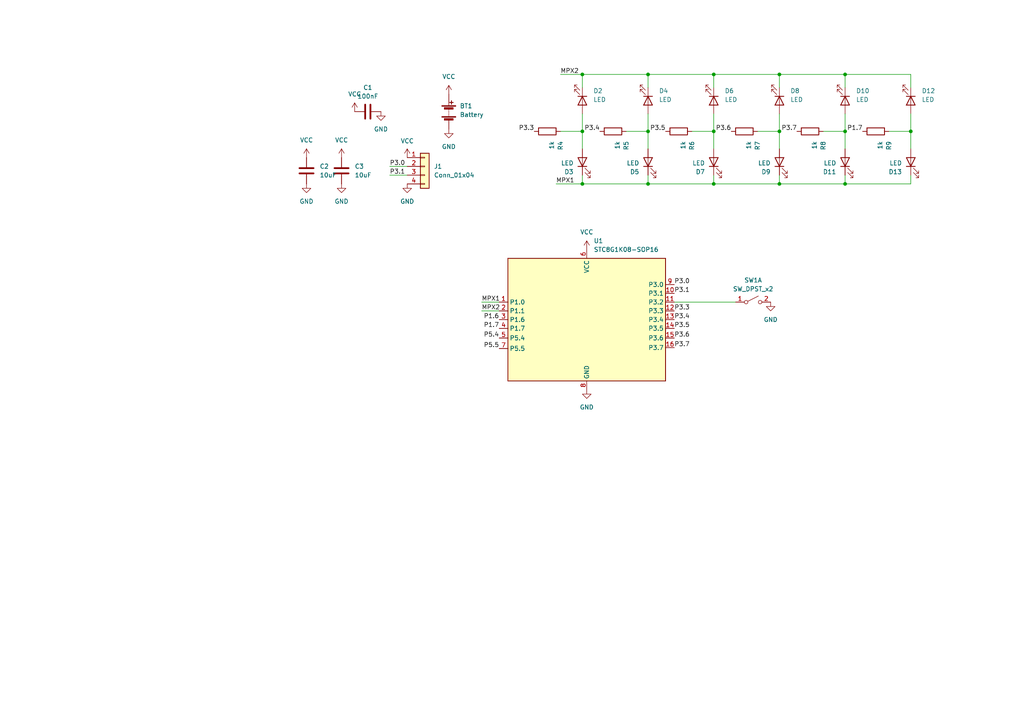
<source format=kicad_sch>
(kicad_sch (version 20211123) (generator eeschema)
  (paper "A4")
  (lib_symbols
    (symbol "Connector_Generic:Conn_01x04" (pin_names (offset 1.016) hide)
      (property "Reference" "J" (at 0 5.08 0))
      (property "Value" "Conn_01x04" (at 0 -7.62 0))
      (symbol "Conn_01x04_1_1"
        (rectangle (start -1.27 -4.953) (end 0 -5.207) (stroke (width 0.1524)))
        (rectangle (start -1.27 -2.413) (end 0 -2.667) (stroke (width 0.1524)))
        (rectangle (start -1.27 0.127) (end 0 -0.127) (stroke (width 0.1524)))
        (rectangle (start -1.27 2.667) (end 0 2.413) (stroke (width 0.1524)))
        (rectangle (start -1.27 3.81) (end 1.27 -6.35) (stroke (width 0.254)) (fill (type background)))
        (pin passive line (at -5.08 2.54 0) (length 3.81) (name "Pin_1") (number "1"))
        (pin passive line (at -5.08 0 0) (length 3.81) (name "Pin_2") (number "2"))
        (pin passive line (at -5.08 -2.54 0) (length 3.81) (name "Pin_3") (number "3"))
        (pin passive line (at -5.08 -5.08 0) (length 3.81) (name "Pin_4") (number "4"))
      )
    )
    (symbol "Device:Battery" (pin_numbers hide) (pin_names (offset 0) hide)
      (property "Reference" "BT" (at 2.54 2.54 0))
      (property "Value" "Battery" (at 2.54 0 0))
      (symbol "Battery_0_1"
        (rectangle (start -2.032 -1.397) (end 2.032 -1.651) (fill (type outline)))
        (rectangle (start -2.032 1.778) (end 2.032 1.524) (fill (type outline)))
        (rectangle (start -1.3208 -1.9812) (end 1.27 -2.4892) (fill (type outline)))
        (rectangle (start -1.3208 1.1938) (end 1.27 0.6858) (fill (type outline)))
        (polyline (pts (xy 0 -1.524) (xy 0 -1.27)))
        (polyline (pts (xy 0 -1.016) (xy 0 -0.762)))
        (polyline (pts (xy 0 -0.508) (xy 0 -0.254)))
        (polyline (pts (xy 0 0) (xy 0 0.254)))
        (polyline (pts (xy 0 0.508) (xy 0 0.762)))
        (polyline (pts (xy 0 1.778) (xy 0 2.54)))
        (polyline (pts (xy 0.254 2.667) (xy 1.27 2.667)) (stroke (width 0.254)))
        (polyline (pts (xy 0.762 3.175) (xy 0.762 2.159)) (stroke (width 0.254)))
      )
      (symbol "Battery_1_1"
        (pin passive line (at 0 5.08 270) (length 2.54) (name "+") (number "1"))
        (pin passive line (at 0 -5.08 90) (length 2.54) (name "-") (number "2"))
      )
    )
    (symbol "Device:C" (pin_numbers hide) (pin_names (offset 0.254))
      (property "Reference" "C" (at 0.635 2.54 0))
      (property "Value" "C" (at 0.635 -2.54 0))
      (symbol "C_0_1"
        (polyline (pts (xy -2.032 -0.762) (xy 2.032 -0.762)) (stroke (width 0.508)))
        (polyline (pts (xy -2.032 0.762) (xy 2.032 0.762)) (stroke (width 0.508)))
      )
      (symbol "C_1_1"
        (pin passive line (at 0 3.81 270) (length 2.794) (name "~") (number "1"))
        (pin passive line (at 0 -3.81 90) (length 2.794) (name "~") (number "2"))
      )
    )
    (symbol "Device:LED" (pin_numbers hide) (pin_names (offset 1.016) hide)
      (property "Reference" "D" (at 0 2.54 0))
      (property "Value" "LED" (at 0 -2.54 0))
      (symbol "LED_0_1"
        (polyline (pts (xy -1.27 -1.27) (xy -1.27 1.27)) (stroke (width 0.254)))
        (polyline (pts (xy -1.27 0) (xy 1.27 0)))
        (polyline (pts (xy 1.27 -1.27) (xy 1.27 1.27) (xy -1.27 0) (xy 1.27 -1.27)) (stroke (width 0.254)))
        (polyline (pts (xy -3.048 -0.762) (xy -4.572 -2.286) (xy -3.81 -2.286) (xy -4.572 -2.286) (xy -4.572 -1.524)))
        (polyline (pts (xy -1.778 -0.762) (xy -3.302 -2.286) (xy -2.54 -2.286) (xy -3.302 -2.286) (xy -3.302 -1.524)))
      )
      (symbol "LED_1_1"
        (pin passive line (at -3.81 0 0) (length 2.54) (name "K") (number "1"))
        (pin passive line (at 3.81 0 180) (length 2.54) (name "A") (number "2"))
      )
    )
    (symbol "Device:R" (pin_numbers hide) (pin_names (offset 0))
      (property "Reference" "R" (at 2.032 0 90))
      (property "Value" "R" (at 0 0 90))
      (symbol "R_0_1"
        (rectangle (start -1.016 -2.54) (end 1.016 2.54) (stroke (width 0.254)))
      )
      (symbol "R_1_1"
        (pin passive line (at 0 3.81 270) (length 1.27) (name "~") (number "1"))
        (pin passive line (at 0 -3.81 90) (length 1.27) (name "~") (number "2"))
      )
    )
    (symbol "Switch:SW_DPST_x2" (pin_names (offset 0) hide)
      (property "Reference" "SW" (at 0 3.175 0))
      (property "Value" "SW_DPST_x2" (at 0 -2.54 0))
      (symbol "SW_DPST_x2_0_0"
        (circle (center -2.032 0) (radius 0.508))
        (polyline (pts (xy -1.524 0.254) (xy 1.524 1.778)))
        (circle (center 2.032 0) (radius 0.508))
      )
      (symbol "SW_DPST_x2_1_1"
        (pin passive line (at -5.08 0 0) (length 2.54) (name "A") (number "1"))
        (pin passive line (at 5.08 0 180) (length 2.54) (name "B") (number "2"))
      )
      (symbol "SW_DPST_x2_2_1"
        (pin passive line (at -5.08 0 0) (length 2.54) (name "A") (number "3"))
        (pin passive line (at 5.08 0 180) (length 2.54) (name "B") (number "4"))
      )
    )
    (symbol "karifa:STC8G1K08-SOP16"
      (property "Reference" "U" (at -22.86 19.05 0))
      (property "Value" "STC8G1K08-SOP16" (at 1.27 19.05 0))
      (symbol "STC8G1K08-SOP16_0_1"
        (rectangle (start -22.86 17.78) (end 22.86 -17.78) (stroke (width 0.254)) (fill (type background)))
      )
      (symbol "STC8G1K08-SOP16_1_1"
        (pin bidirectional line (at -25.4 5.08 0) (length 2.54) (name "P1.0") (number "1"))
        (pin bidirectional line (at 25.4 7.62 180) (length 2.54) (name "P3.1") (number "10"))
        (pin bidirectional line (at 25.4 5.08 180) (length 2.54) (name "P3.2") (number "11"))
        (pin bidirectional line (at 25.4 2.54 180) (length 2.54) (name "P3.3") (number "12"))
        (pin bidirectional line (at 25.4 0 180) (length 2.54) (name "P3.4") (number "13"))
        (pin bidirectional line (at 25.4 -2.54 180) (length 2.54) (name "P3.5") (number "14"))
        (pin bidirectional line (at 25.4 -5.334 180) (length 2.54) (name "P3.6") (number "15"))
        (pin bidirectional line (at 25.4 -8.128 180) (length 2.54) (name "P3.7") (number "16"))
        (pin bidirectional line (at -25.4 2.54 0) (length 2.54) (name "P1.1") (number "2"))
        (pin bidirectional line (at -25.4 0 0) (length 2.54) (name "P1.6") (number "3"))
        (pin bidirectional line (at -25.4 -2.54 0) (length 2.54) (name "P1.7") (number "4"))
        (pin bidirectional line (at -25.4 -5.334 0) (length 2.54) (name "P5.4") (number "5"))
        (pin power_in line (at 0 20.32 270) (length 2.54) (name "VCC") (number "6"))
        (pin bidirectional line (at -25.4 -8.382 0) (length 2.54) (name "P5.5") (number "7"))
        (pin power_in line (at 0 -20.32 90) (length 2.54) (name "GND") (number "8"))
        (pin bidirectional line (at 25.4 10.16 180) (length 2.54) (name "P3.0") (number "9"))
      )
    )
    (symbol "power:GND" (power) (pin_names (offset 0))
      (property "Value" "GND" (at 0 -3.81 0))
      (symbol "GND_0_1"
        (polyline (pts (xy 0 0) (xy 0 -1.27) (xy 1.27 -1.27) (xy 0 -2.54) (xy -1.27 -1.27) (xy 0 -1.27)))
      )
      (symbol "GND_1_1"
        (pin power_in line (at 0 0 270) (length 0) hide (name "GND") (number "1"))
      )
    )
    (symbol "power:VCC" (power) (pin_names (offset 0))
      (property "Value" "VCC" (at 0 3.81 0))
      (symbol "VCC_0_1"
        (polyline (pts (xy -0.762 1.27) (xy 0 2.54)))
        (polyline (pts (xy 0 0) (xy 0 2.54)))
        (polyline (pts (xy 0 2.54) (xy 0.762 1.27)))
      )
      (symbol "VCC_1_1"
        (pin power_in line (at 0 0 90) (length 0) hide (name "VCC") (number "1"))
      )
    )
  )
  (junction (at 168.91 38.1))
  (junction (at 245.11 21.59))
  (junction (at 245.11 53.34))
  (junction (at 207.01 53.34))
  (junction (at 264.16 38.1))
  (junction (at 207.01 38.1))
  (junction (at 226.06 38.1))
  (junction (at 168.91 21.59))
  (junction (at 226.06 21.59))
  (junction (at 187.96 38.1))
  (junction (at 187.96 21.59))
  (junction (at 245.11 38.1))
  (junction (at 226.06 53.34))
  (junction (at 187.96 53.34))
  (junction (at 168.91 53.34))
  (junction (at 207.01 21.59))
  (wire (pts (xy 187.96 21.59) (xy 168.91 21.59)))
  (wire (pts (xy 226.06 50.8) (xy 226.06 53.34)))
  (wire (pts (xy 245.11 33.02) (xy 245.11 38.1)))
  (wire (pts (xy 139.7 90.17) (xy 144.78 90.17)))
  (wire (pts (xy 207.01 33.02) (xy 207.01 38.1)))
  (wire (pts (xy 226.06 33.02) (xy 226.06 38.1)))
  (wire (pts (xy 264.16 25.4) (xy 264.16 21.59)))
  (wire (pts (xy 139.7 87.63) (xy 144.78 87.63)))
  (wire (pts (xy 207.01 25.4) (xy 207.01 21.59)))
  (wire (pts (xy 245.11 50.8) (xy 245.11 53.34)))
  (wire (pts (xy 162.56 38.1) (xy 168.91 38.1)))
  (wire (pts (xy 162.56 21.59) (xy 168.91 21.59)))
  (wire (pts (xy 226.06 25.4) (xy 226.06 21.59)))
  (wire (pts (xy 245.11 25.4) (xy 245.11 21.59)))
  (wire (pts (xy 245.11 38.1) (xy 245.11 43.18)))
  (wire (pts (xy 181.61 38.1) (xy 187.96 38.1)))
  (wire (pts (xy 113.03 50.8) (xy 118.11 50.8)))
  (wire (pts (xy 168.91 53.34) (xy 187.96 53.34)))
  (wire (pts (xy 226.06 38.1) (xy 226.06 43.18)))
  (wire (pts (xy 238.76 38.1) (xy 245.11 38.1)))
  (wire (pts (xy 207.01 38.1) (xy 207.01 43.18)))
  (wire (pts (xy 264.16 50.8) (xy 264.16 53.34)))
  (wire (pts (xy 245.11 21.59) (xy 226.06 21.59)))
  (wire (pts (xy 207.01 53.34) (xy 226.06 53.34)))
  (wire (pts (xy 187.96 53.34) (xy 207.01 53.34)))
  (wire (pts (xy 195.58 87.63) (xy 213.36 87.63)))
  (wire (pts (xy 219.71 38.1) (xy 226.06 38.1)))
  (wire (pts (xy 207.01 21.59) (xy 187.96 21.59)))
  (wire (pts (xy 257.81 38.1) (xy 264.16 38.1)))
  (wire (pts (xy 161.29 53.34) (xy 168.91 53.34)))
  (wire (pts (xy 226.06 53.34) (xy 245.11 53.34)))
  (wire (pts (xy 187.96 38.1) (xy 187.96 43.18)))
  (wire (pts (xy 264.16 33.02) (xy 264.16 38.1)))
  (wire (pts (xy 245.11 53.34) (xy 264.16 53.34)))
  (wire (pts (xy 187.96 50.8) (xy 187.96 53.34)))
  (wire (pts (xy 187.96 33.02) (xy 187.96 38.1)))
  (wire (pts (xy 168.91 38.1) (xy 168.91 43.18)))
  (wire (pts (xy 226.06 21.59) (xy 207.01 21.59)))
  (wire (pts (xy 200.66 38.1) (xy 207.01 38.1)))
  (wire (pts (xy 168.91 50.8) (xy 168.91 53.34)))
  (wire (pts (xy 168.91 25.4) (xy 168.91 21.59)))
  (wire (pts (xy 113.03 48.26) (xy 118.11 48.26)))
  (wire (pts (xy 207.01 50.8) (xy 207.01 53.34)))
  (wire (pts (xy 264.16 21.59) (xy 245.11 21.59)))
  (wire (pts (xy 187.96 25.4) (xy 187.96 21.59)))
  (wire (pts (xy 264.16 38.1) (xy 264.16 43.18)))
  (wire (pts (xy 168.91 33.02) (xy 168.91 38.1)))
  (label "P3.4" (at 195.58 92.71 0))
  (label "P5.4" (at 144.78 98.044 180))
  (label "P3.6" (at 212.09 38.1 180))
  (label "MPX1" (at 139.7 87.63 0))
  (label "MPX2" (at 139.7 90.17 0))
  (label "P3.0" (at 195.58 82.55 0))
  (label "P3.0" (at 113.03 48.26 0))
  (label "P1.7" (at 250.19 38.1 180))
  (label "P3.3" (at 154.94 38.1 180))
  (label "P3.7" (at 231.14 38.1 180))
  (label "P3.4" (at 173.99 38.1 180))
  (label "P3.1" (at 195.58 85.09 0))
  (label "P5.5" (at 144.78 101.092 180))
  (label "P3.5" (at 195.58 95.25 0))
  (label "P1.7" (at 144.78 95.25 180))
  (label "P3.1" (at 113.03 50.8 0))
  (label "MPX2" (at 162.56 21.59 0))
  (label "P3.5" (at 193.04 38.1 180))
  (label "P3.6" (at 195.58 98.044 0))
  (label "MPX1" (at 161.29 53.34 0))
  (label "P1.6" (at 144.78 92.71 180))
  (label "P3.7" (at 195.58 100.838 0))
  (label "P3.3" (at 195.58 90.17 0))
  (symbol (lib_id "Device:LED") (at 245.11 46.99 90) (unit 1)
    (property "Reference" "D11" (at 242.57 49.8476 90) (effects (justify left)))
    (property "Value" "LED" (at 242.57 47.3076 90) (effects (justify left)))
    (property "Footprint" "LED_SMD:LED_0805_2012Metric" (effects hide))
  )
  (symbol (lib_id "Device:R") (at 254 38.1 270) (unit 1)
    (property "Reference" "R9" (at 257.8101 40.894 0) (effects (justify left)))
    (property "Value" "1k" (at 255.2701 40.894 0) (effects (justify left)))
    (property "Footprint" "Resistor_SMD:R_0603_1608Metric" (effects hide))
  )
  (symbol (lib_id "Device:C") (at 99.06 49.53 0) (unit 1)
    (property "Reference" "C3" (at 102.87 48.2599 0) (effects (justify left)))
    (property "Value" "10uF" (at 102.87 50.7999 0) (effects (justify left)))
    (property "Footprint" "Capacitor_SMD:C_0805_2012Metric" (effects hide))
  )
  (symbol (lib_id "Device:LED") (at 207.01 29.21 270) (unit 1)
    (property "Reference" "D6" (at 210.185 26.3524 90) (effects (justify left)))
    (property "Value" "LED" (at 210.185 28.8924 90) (effects (justify left)))
    (property "Footprint" "LED_SMD:LED_0805_2012Metric" (effects hide))
  )
  (symbol (lib_id "power:GND") (at 118.11 53.34 0) (unit 1)
    (property "Reference" "#PWR0110" (effects hide))
    (property "Value" "GND" (at 118.11 58.42 0))
  )
  (symbol (lib_id "Device:LED") (at 168.91 29.21 270) (unit 1)
    (property "Reference" "D2" (at 172.085 26.3524 90) (effects (justify left)))
    (property "Value" "LED" (at 172.085 28.8924 90) (effects (justify left)))
    (property "Footprint" "LED_SMD:LED_0805_2012Metric" (effects hide))
  )
  (symbol (lib_id "power:GND") (at 99.06 53.34 0) (unit 1)
    (property "Reference" "#PWR0120" (effects hide))
    (property "Value" "GND" (at 99.06 58.42 0))
  )
  (symbol (lib_id "Device:LED") (at 187.96 29.21 270) (unit 1)
    (property "Reference" "D4" (at 191.135 26.3524 90) (effects (justify left)))
    (property "Value" "LED" (at 191.135 28.8924 90) (effects (justify left)))
    (property "Footprint" "LED_SMD:LED_0805_2012Metric" (effects hide))
  )
  (symbol (lib_id "Device:R") (at 215.9 38.1 270) (unit 1)
    (property "Reference" "R7" (at 219.7101 40.894 0) (effects (justify left)))
    (property "Value" "1k" (at 217.1701 40.894 0) (effects (justify left)))
    (property "Footprint" "Resistor_SMD:R_0603_1608Metric" (effects hide))
  )
  (symbol (lib_id "Device:Battery") (at 130.175 32.385 0) (unit 1)
    (property "Reference" "BT1" (at 133.35 30.7339 0) (effects (justify left)))
    (property "Value" "Battery" (at 133.35 33.2739 0) (effects (justify left)))
    (property "Footprint" "karifa:CR2032_Holder" (effects hide))
  )
  (symbol (lib_id "Device:LED") (at 264.16 46.99 90) (unit 1)
    (property "Reference" "D13" (at 261.62 49.8476 90) (effects (justify left)))
    (property "Value" "LED" (at 261.62 47.3076 90) (effects (justify left)))
    (property "Footprint" "LED_SMD:LED_0805_2012Metric" (effects hide))
  )
  (symbol (lib_id "Device:LED") (at 245.11 29.21 270) (unit 1)
    (property "Reference" "D10" (at 248.285 26.3524 90) (effects (justify left)))
    (property "Value" "LED" (at 248.285 28.8924 90) (effects (justify left)))
    (property "Footprint" "LED_SMD:LED_0805_2012Metric" (effects hide))
  )
  (symbol (lib_id "Device:LED") (at 264.16 29.21 270) (unit 1)
    (property "Reference" "D12" (at 267.335 26.3524 90) (effects (justify left)))
    (property "Value" "LED" (at 267.335 28.8924 90) (effects (justify left)))
    (property "Footprint" "LED_SMD:LED_0805_2012Metric" (effects hide))
  )
  (symbol (lib_id "power:VCC") (at 88.9 45.72 0) (unit 1)
    (property "Reference" "#PWR0117" (effects hide))
    (property "Value" "VCC" (at 88.9 40.64 0))
  )
  (symbol (lib_id "Device:R") (at 196.85 38.1 270) (unit 1)
    (property "Reference" "R6" (at 200.6601 40.894 0) (effects (justify left)))
    (property "Value" "1k" (at 198.1201 40.894 0) (effects (justify left)))
    (property "Footprint" "Resistor_SMD:R_0603_1608Metric" (effects hide))
  )
  (symbol (lib_id "power:VCC") (at 130.175 27.305 0) (unit 1)
    (property "Reference" "#PWR0105" (effects hide))
    (property "Value" "VCC" (at 130.175 22.225 0))
  )
  (symbol (lib_id "karifa:STC8G1K08-SOP16") (at 170.18 92.71 0) (unit 1)
    (property "Reference" "U1" (at 172.1994 69.85 0) (effects (justify left)))
    (property "Value" "STC8G1K08-SOP16" (at 172.1994 72.39 0) (effects (justify left)))
    (property "Footprint" "Package_SO:STC_SOP-16_3.9x9.9mm_P1.27mm" (effects hide))
  )
  (symbol (lib_id "Device:R") (at 158.75 38.1 270) (unit 1)
    (property "Reference" "R4" (at 162.5601 40.894 0) (effects (justify left)))
    (property "Value" "1k" (at 160.0201 40.894 0) (effects (justify left)))
    (property "Footprint" "Resistor_SMD:R_0603_1608Metric" (effects hide))
  )
  (symbol (lib_id "power:GND") (at 170.18 113.03 0) (unit 1)
    (property "Reference" "#PWR0112" (effects hide))
    (property "Value" "GND" (at 170.18 118.11 0))
  )
  (symbol (lib_id "Device:LED") (at 187.96 46.99 90) (unit 1)
    (property "Reference" "D5" (at 185.42 49.8476 90) (effects (justify left)))
    (property "Value" "LED" (at 185.42 47.3076 90) (effects (justify left)))
    (property "Footprint" "LED_SMD:LED_0805_2012Metric" (effects hide))
  )
  (symbol (lib_id "Device:R") (at 177.8 38.1 270) (unit 1)
    (property "Reference" "R5" (at 181.6101 40.894 0) (effects (justify left)))
    (property "Value" "1k" (at 179.0701 40.894 0) (effects (justify left)))
    (property "Footprint" "Resistor_SMD:R_0603_1608Metric" (effects hide))
  )
  (symbol (lib_id "Device:LED") (at 226.06 46.99 90) (unit 1)
    (property "Reference" "D9" (at 223.52 49.8476 90) (effects (justify left)))
    (property "Value" "LED" (at 223.52 47.3076 90) (effects (justify left)))
    (property "Footprint" "LED_SMD:LED_0805_2012Metric" (effects hide))
  )
  (symbol (lib_id "Device:C") (at 88.9 49.53 0) (unit 1)
    (property "Reference" "C2" (at 92.71 48.2599 0) (effects (justify left)))
    (property "Value" "10uF" (at 92.71 50.7999 0) (effects (justify left)))
    (property "Footprint" "Capacitor_SMD:C_0805_2012Metric" (effects hide))
  )
  (symbol (lib_id "power:GND") (at 88.9 53.34 0) (unit 1)
    (property "Reference" "#PWR0119" (effects hide))
    (property "Value" "GND" (at 88.9 58.42 0))
  )
  (symbol (lib_id "power:GND") (at 130.175 37.465 0) (unit 1)
    (property "Reference" "#PWR0104" (effects hide))
    (property "Value" "GND" (at 130.175 42.545 0))
  )
  (symbol (lib_id "Connector_Generic:Conn_01x04") (at 123.19 48.26 0) (unit 1)
    (property "Reference" "J1" (at 125.857 48.2599 0) (effects (justify left)))
    (property "Value" "Conn_01x04" (at 125.857 50.7999 0) (effects (justify left)))
    (property "Footprint" "Connector_PinHeader_1.27mm:PinHeader_1x04_P1.27mm_Vertical" (effects hide))
  )
  (symbol (lib_id "Device:R") (at 234.95 38.1 270) (unit 1)
    (property "Reference" "R8" (at 238.7601 40.894 0) (effects (justify left)))
    (property "Value" "1k" (at 236.2201 40.894 0) (effects (justify left)))
    (property "Footprint" "Resistor_SMD:R_0603_1608Metric" (effects hide))
  )
  (symbol (lib_id "Device:C") (at 106.68 32.385 270) (unit 1)
    (property "Reference" "C1" (at 106.68 25.4 90))
    (property "Value" "100nF" (at 106.68 27.94 90))
    (property "Footprint" "Capacitor_SMD:C_0805_2012Metric" (effects hide))
  )
  (symbol (lib_id "power:VCC") (at 170.18 72.39 0) (unit 1)
    (property "Reference" "#PWR0111" (effects hide))
    (property "Value" "VCC" (at 170.18 67.31 0))
  )
  (symbol (lib_id "Device:LED") (at 207.01 46.99 90) (unit 1)
    (property "Reference" "D7" (at 204.47 49.8476 90) (effects (justify left)))
    (property "Value" "LED" (at 204.47 47.3076 90) (effects (justify left)))
    (property "Footprint" "LED_SMD:LED_0805_2012Metric" (effects hide))
  )
  (symbol (lib_id "power:GND") (at 110.49 32.385 0) (unit 1)
    (property "Reference" "#PWR0106" (effects hide))
    (property "Value" "GND" (at 110.49 37.465 0))
  )
  (symbol (lib_id "Device:LED") (at 168.91 46.99 90) (unit 1)
    (property "Reference" "D3" (at 166.37 49.8476 90) (effects (justify left)))
    (property "Value" "LED" (at 166.37 47.3076 90) (effects (justify left)))
    (property "Footprint" "LED_SMD:LED_0805_2012Metric" (effects hide))
  )
  (symbol (lib_id "power:VCC") (at 102.87 32.385 0) (unit 1)
    (property "Reference" "#PWR0103" (effects hide))
    (property "Value" "VCC" (at 102.87 27.305 0))
  )
  (symbol (lib_id "power:VCC") (at 118.11 45.72 0) (unit 1)
    (property "Reference" "#PWR0102" (effects hide))
    (property "Value" "VCC" (at 118.11 40.894 0))
  )
  (symbol (lib_id "Switch:SW_DPST_x2") (at 218.44 87.63 0) (unit 1)
    (property "Reference" "SW1" (at 218.44 81.28 0))
    (property "Value" "SW_DPST_x2" (at 218.44 83.82 0))
    (property "Footprint" "karifa:SW_Push_K2-1102SP" (effects hide))
  )
  (symbol (lib_id "power:GND") (at 223.52 87.63 0) (unit 1)
    (property "Reference" "#PWR0101" (effects hide))
    (property "Value" "GND" (at 223.52 92.71 0))
  )
  (symbol (lib_id "Device:LED") (at 226.06 29.21 270) (unit 1)
    (property "Reference" "D8" (at 229.235 26.3524 90) (effects (justify left)))
    (property "Value" "LED" (at 229.235 28.8924 90) (effects (justify left)))
    (property "Footprint" "LED_SMD:LED_0805_2012Metric" (effects hide))
  )
  (symbol (lib_id "power:VCC") (at 99.06 45.72 0) (unit 1)
    (property "Reference" "#PWR0118" (effects hide))
    (property "Value" "VCC" (at 99.06 40.64 0))
  )
)
</source>
